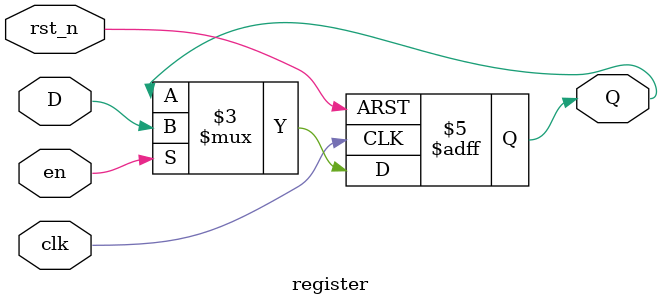
<source format=v>
`timescale 1ns / 1ps

module register(D,Q,clk,en,rst_n);
    parameter N=1;
    input [N-1:0] D;
    input clk;
    input en;
    input rst_n;
    output reg [N-1:0] Q;
    
    always @ (posedge clk or negedge rst_n)
    begin
        if(~rst_n)
        begin
            Q<=0;
        end
        else if(en)
        begin
            Q<=D;
        end
    end
    
endmodule

</source>
